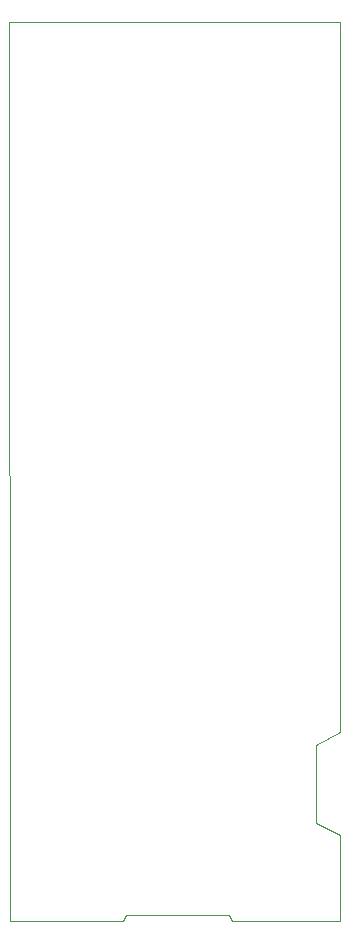
<source format=gbr>
%TF.GenerationSoftware,KiCad,Pcbnew,(6.0.8)*%
%TF.CreationDate,2023-06-03T22:28:48+01:00*%
%TF.ProjectId,circuit board design v2.1,63697263-7569-4742-9062-6f6172642064,rev?*%
%TF.SameCoordinates,Original*%
%TF.FileFunction,Profile,NP*%
%FSLAX46Y46*%
G04 Gerber Fmt 4.6, Leading zero omitted, Abs format (unit mm)*
G04 Created by KiCad (PCBNEW (6.0.8)) date 2023-06-03 22:28:48*
%MOMM*%
%LPD*%
G01*
G04 APERTURE LIST*
%TA.AperFunction,Profile*%
%ADD10C,0.100000*%
%TD*%
G04 APERTURE END LIST*
D10*
X50038000Y-77978000D02*
X48006000Y-79121000D01*
X48006000Y-85725000D01*
X50038000Y-86741000D01*
X50038000Y-93980000D01*
X40894000Y-93980000D01*
X40640000Y-93472000D01*
X31877000Y-93472000D01*
X31623000Y-93980000D01*
X22098000Y-93980000D01*
X21971000Y-17907000D01*
X50000000Y-17907000D01*
X50038000Y-77978000D01*
M02*

</source>
